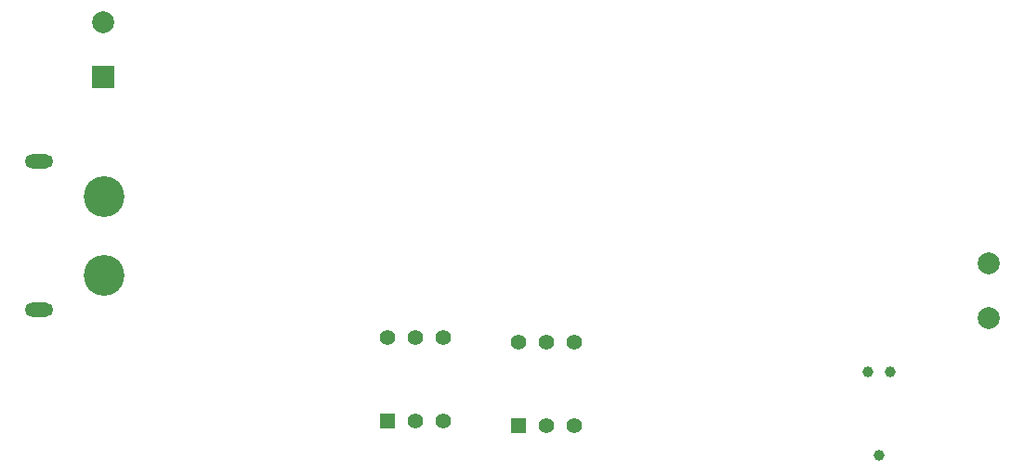
<source format=gbr>
%TF.GenerationSoftware,KiCad,Pcbnew,(5.99.0-11575-g46338403e7)*%
%TF.CreationDate,2021-08-13T15:38:32+02:00*%
%TF.ProjectId,voedings switcher,766f6564-696e-4677-9320-737769746368,rev?*%
%TF.SameCoordinates,Original*%
%TF.FileFunction,Soldermask,Bot*%
%TF.FilePolarity,Negative*%
%FSLAX46Y46*%
G04 Gerber Fmt 4.6, Leading zero omitted, Abs format (unit mm)*
G04 Created by KiCad (PCBNEW (5.99.0-11575-g46338403e7)) date 2021-08-13 15:38:32*
%MOMM*%
%LPD*%
G01*
G04 APERTURE LIST*
%ADD10C,0.990600*%
%ADD11R,1.400000X1.400000*%
%ADD12C,1.400000*%
%ADD13C,2.000000*%
%ADD14R,2.000000X2.000000*%
%ADD15C,3.716000*%
%ADD16O,2.600000X1.300000*%
G04 APERTURE END LIST*
D10*
%TO.C,CON1*%
X193720000Y-124360000D03*
X192704000Y-116740000D03*
X194736000Y-116740000D03*
%TD*%
D11*
%TO.C,U3*%
X148880000Y-121210000D03*
D12*
X151420000Y-121210000D03*
X153960000Y-121210000D03*
X153960000Y-113590000D03*
X151420000Y-113590000D03*
X148880000Y-113590000D03*
%TD*%
D13*
%TO.C,J1*%
X203710000Y-106820000D03*
X203710000Y-111820000D03*
%TD*%
D11*
%TO.C,U2*%
X160790000Y-121640000D03*
D12*
X163330000Y-121640000D03*
X165870000Y-121640000D03*
X165870000Y-114020000D03*
X163330000Y-114020000D03*
X160790000Y-114020000D03*
%TD*%
D14*
%TO.C,con1*%
X123020000Y-89800000D03*
D13*
X123020000Y-84800000D03*
%TD*%
D15*
%TO.C,con2*%
X123107696Y-100710000D03*
X123107696Y-107910000D03*
D16*
X117107696Y-97560000D03*
X117107696Y-111060000D03*
%TD*%
M02*

</source>
